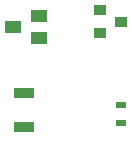
<source format=gtp>
%FSLAX33Y33*%
%MOMM*%
%AMRect-W900000-H1700000-RO1.500*
21,1,0.9,1.7,0.,0.,90*%
%AMRect-W1000000-H1400000-RO1.500*
21,1,1.,1.4,0.,0.,90*%
%AMRect-W500000-H900000-RO1.500*
21,1,0.5,0.9,0.,0.,90*%
%AMRect-W802000-H972000-RO0.500*
21,1,0.802,0.972,0.,0.,270*%
%ADD10Rect-W900000-H1700000-RO1.500*%
%ADD11Rect-W1000000-H1400000-RO1.500*%
%ADD12Rect-W500000-H900000-RO1.500*%
%ADD13Rect-W802000-H972000-RO0.500*%
D10*
%LNtop paste_traces*%
%LNtop paste component 2dc1f1c5559646a7*%
G01*
X-4000Y-4650D03*
X-4000Y-1750D03*
%LNtop paste component 1f3facd00bbf78ff*%
D11*
X-2700Y2900D03*
X-2700Y4800D03*
X-4900Y3850D03*
%LNtop paste component cabd44d7a86c3954*%
D12*
X4200Y-4290D03*
X4200Y-2790D03*
%LNtop paste component af7a60d08cf0a9d3*%
D13*
X2415Y5250D03*
X2415Y3350D03*
X4185Y4300D03*
M02*
</source>
